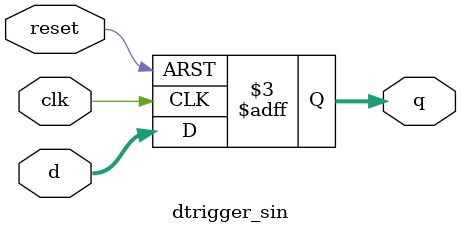
<source format=v>
module dtrigger_1(d,q,clk,reset);
input d,reset,clk;
output reg q;

always @(negedge clk or negedge reset)
begin
  if(~reset)
    q<=0;
  else
    q<=d;
end
endmodule

module dtrigger_2(d,q,clk,reset);
input d,reset,clk;
output reg q;

always @(posedge clk or negedge reset)
begin
  if(~reset)
    q<=0;
  else
    q<=d;
end
endmodule

module dtrigger_8(d,q,clk,reset);
  input clk,reset;
  input [7:0]d;
  output reg [7:0]q;
  
always @(posedge clk or negedge reset)
begin
  if(~reset)
    q<=16'h0000;
  else
    q<=d;
end
endmodule

module dtrigger_sin(d,q,clk,reset);
  input clk,reset;
  input [15:0]d;
  output reg [15:0]q;
  
always @(negedge clk or negedge reset)
begin
  if(~reset)
    q<=16'h0000;
  else
    q<=d;
end
endmodule
</source>
